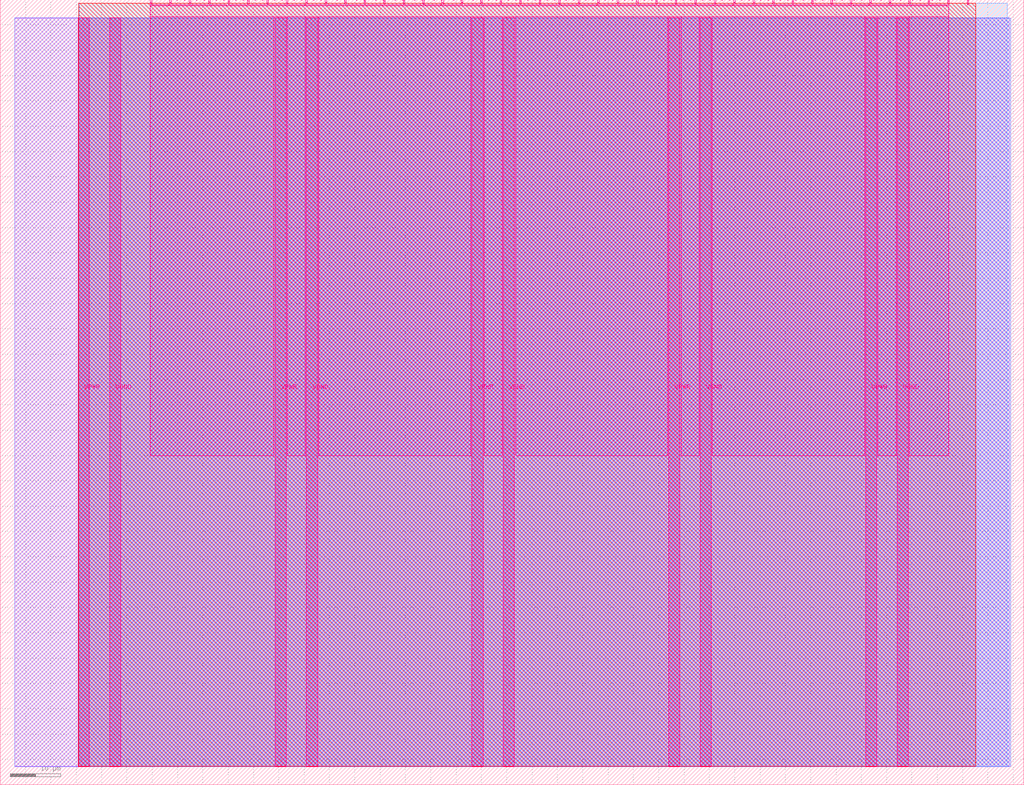
<source format=lef>
VERSION 5.7 ;
  NOWIREEXTENSIONATPIN ON ;
  DIVIDERCHAR "/" ;
  BUSBITCHARS "[]" ;
MACRO tt_um_obriensp_jtag
  CLASS BLOCK ;
  FOREIGN tt_um_obriensp_jtag ;
  ORIGIN 0.000 0.000 ;
  SIZE 202.080 BY 154.980 ;
  PIN VGND
    DIRECTION INOUT ;
    USE GROUND ;
    PORT
      LAYER Metal5 ;
        RECT 21.580 3.560 23.780 151.420 ;
    END
    PORT
      LAYER Metal5 ;
        RECT 60.450 3.560 62.650 151.420 ;
    END
    PORT
      LAYER Metal5 ;
        RECT 99.320 3.560 101.520 151.420 ;
    END
    PORT
      LAYER Metal5 ;
        RECT 138.190 3.560 140.390 151.420 ;
    END
    PORT
      LAYER Metal5 ;
        RECT 177.060 3.560 179.260 151.420 ;
    END
  END VGND
  PIN VPWR
    DIRECTION INOUT ;
    USE POWER ;
    PORT
      LAYER Metal5 ;
        RECT 15.380 3.560 17.580 151.420 ;
    END
    PORT
      LAYER Metal5 ;
        RECT 54.250 3.560 56.450 151.420 ;
    END
    PORT
      LAYER Metal5 ;
        RECT 93.120 3.560 95.320 151.420 ;
    END
    PORT
      LAYER Metal5 ;
        RECT 131.990 3.560 134.190 151.420 ;
    END
    PORT
      LAYER Metal5 ;
        RECT 170.860 3.560 173.060 151.420 ;
    END
  END VPWR
  PIN clk
    DIRECTION INPUT ;
    USE SIGNAL ;
    ANTENNAGATEAREA 0.213200 ;
    PORT
      LAYER Metal5 ;
        RECT 187.050 153.980 187.350 154.980 ;
    END
  END clk
  PIN ena
    DIRECTION INPUT ;
    USE SIGNAL ;
    PORT
      LAYER Metal5 ;
        RECT 190.890 153.980 191.190 154.980 ;
    END
  END ena
  PIN rst_n
    DIRECTION INPUT ;
    USE SIGNAL ;
    ANTENNAGATEAREA 0.314600 ;
    PORT
      LAYER Metal5 ;
        RECT 183.210 153.980 183.510 154.980 ;
    END
  END rst_n
  PIN ui_in[0]
    DIRECTION INPUT ;
    USE SIGNAL ;
    ANTENNAGATEAREA 0.180700 ;
    PORT
      LAYER Metal5 ;
        RECT 179.370 153.980 179.670 154.980 ;
    END
  END ui_in[0]
  PIN ui_in[1]
    DIRECTION INPUT ;
    USE SIGNAL ;
    ANTENNAGATEAREA 0.180700 ;
    PORT
      LAYER Metal5 ;
        RECT 175.530 153.980 175.830 154.980 ;
    END
  END ui_in[1]
  PIN ui_in[2]
    DIRECTION INPUT ;
    USE SIGNAL ;
    ANTENNAGATEAREA 0.180700 ;
    PORT
      LAYER Metal5 ;
        RECT 171.690 153.980 171.990 154.980 ;
    END
  END ui_in[2]
  PIN ui_in[3]
    DIRECTION INPUT ;
    USE SIGNAL ;
    ANTENNAGATEAREA 0.180700 ;
    PORT
      LAYER Metal5 ;
        RECT 167.850 153.980 168.150 154.980 ;
    END
  END ui_in[3]
  PIN ui_in[4]
    DIRECTION INPUT ;
    USE SIGNAL ;
    ANTENNAGATEAREA 0.180700 ;
    PORT
      LAYER Metal5 ;
        RECT 164.010 153.980 164.310 154.980 ;
    END
  END ui_in[4]
  PIN ui_in[5]
    DIRECTION INPUT ;
    USE SIGNAL ;
    ANTENNAGATEAREA 0.180700 ;
    PORT
      LAYER Metal5 ;
        RECT 160.170 153.980 160.470 154.980 ;
    END
  END ui_in[5]
  PIN ui_in[6]
    DIRECTION INPUT ;
    USE SIGNAL ;
    ANTENNAGATEAREA 0.180700 ;
    PORT
      LAYER Metal5 ;
        RECT 156.330 153.980 156.630 154.980 ;
    END
  END ui_in[6]
  PIN ui_in[7]
    DIRECTION INPUT ;
    USE SIGNAL ;
    ANTENNAGATEAREA 0.180700 ;
    PORT
      LAYER Metal5 ;
        RECT 152.490 153.980 152.790 154.980 ;
    END
  END ui_in[7]
  PIN uio_in[0]
    DIRECTION INPUT ;
    USE SIGNAL ;
    ANTENNAGATEAREA 0.180700 ;
    PORT
      LAYER Metal5 ;
        RECT 148.650 153.980 148.950 154.980 ;
    END
  END uio_in[0]
  PIN uio_in[1]
    DIRECTION INPUT ;
    USE SIGNAL ;
    ANTENNAGATEAREA 0.180700 ;
    PORT
      LAYER Metal5 ;
        RECT 144.810 153.980 145.110 154.980 ;
    END
  END uio_in[1]
  PIN uio_in[2]
    DIRECTION INPUT ;
    USE SIGNAL ;
    ANTENNAGATEAREA 0.180700 ;
    PORT
      LAYER Metal5 ;
        RECT 140.970 153.980 141.270 154.980 ;
    END
  END uio_in[2]
  PIN uio_in[3]
    DIRECTION INPUT ;
    USE SIGNAL ;
    ANTENNAGATEAREA 0.180700 ;
    PORT
      LAYER Metal5 ;
        RECT 137.130 153.980 137.430 154.980 ;
    END
  END uio_in[3]
  PIN uio_in[4]
    DIRECTION INPUT ;
    USE SIGNAL ;
    ANTENNAGATEAREA 0.180700 ;
    PORT
      LAYER Metal5 ;
        RECT 133.290 153.980 133.590 154.980 ;
    END
  END uio_in[4]
  PIN uio_in[5]
    DIRECTION INPUT ;
    USE SIGNAL ;
    ANTENNAGATEAREA 0.213200 ;
    PORT
      LAYER Metal5 ;
        RECT 129.450 153.980 129.750 154.980 ;
    END
  END uio_in[5]
  PIN uio_in[6]
    DIRECTION INPUT ;
    USE SIGNAL ;
    ANTENNAGATEAREA 0.180700 ;
    PORT
      LAYER Metal5 ;
        RECT 125.610 153.980 125.910 154.980 ;
    END
  END uio_in[6]
  PIN uio_in[7]
    DIRECTION INPUT ;
    USE SIGNAL ;
    PORT
      LAYER Metal5 ;
        RECT 121.770 153.980 122.070 154.980 ;
    END
  END uio_in[7]
  PIN uio_oe[0]
    DIRECTION OUTPUT ;
    USE SIGNAL ;
    ANTENNADIFFAREA 0.972800 ;
    PORT
      LAYER Metal5 ;
        RECT 56.490 153.980 56.790 154.980 ;
    END
  END uio_oe[0]
  PIN uio_oe[1]
    DIRECTION OUTPUT ;
    USE SIGNAL ;
    ANTENNADIFFAREA 0.662000 ;
    PORT
      LAYER Metal5 ;
        RECT 52.650 153.980 52.950 154.980 ;
    END
  END uio_oe[1]
  PIN uio_oe[2]
    DIRECTION OUTPUT ;
    USE SIGNAL ;
    ANTENNADIFFAREA 0.972800 ;
    PORT
      LAYER Metal5 ;
        RECT 48.810 153.980 49.110 154.980 ;
    END
  END uio_oe[2]
  PIN uio_oe[3]
    DIRECTION OUTPUT ;
    USE SIGNAL ;
    ANTENNADIFFAREA 0.972800 ;
    PORT
      LAYER Metal5 ;
        RECT 44.970 153.980 45.270 154.980 ;
    END
  END uio_oe[3]
  PIN uio_oe[4]
    DIRECTION OUTPUT ;
    USE SIGNAL ;
    ANTENNADIFFAREA 0.299200 ;
    PORT
      LAYER Metal5 ;
        RECT 41.130 153.980 41.430 154.980 ;
    END
  END uio_oe[4]
  PIN uio_oe[5]
    DIRECTION OUTPUT ;
    USE SIGNAL ;
    ANTENNADIFFAREA 0.299200 ;
    PORT
      LAYER Metal5 ;
        RECT 37.290 153.980 37.590 154.980 ;
    END
  END uio_oe[5]
  PIN uio_oe[6]
    DIRECTION OUTPUT ;
    USE SIGNAL ;
    ANTENNADIFFAREA 0.299200 ;
    PORT
      LAYER Metal5 ;
        RECT 33.450 153.980 33.750 154.980 ;
    END
  END uio_oe[6]
  PIN uio_oe[7]
    DIRECTION OUTPUT ;
    USE SIGNAL ;
    ANTENNADIFFAREA 0.706800 ;
    PORT
      LAYER Metal5 ;
        RECT 29.610 153.980 29.910 154.980 ;
    END
  END uio_oe[7]
  PIN uio_out[0]
    DIRECTION OUTPUT ;
    USE SIGNAL ;
    ANTENNADIFFAREA 0.662000 ;
    PORT
      LAYER Metal5 ;
        RECT 87.210 153.980 87.510 154.980 ;
    END
  END uio_out[0]
  PIN uio_out[1]
    DIRECTION OUTPUT ;
    USE SIGNAL ;
    ANTENNADIFFAREA 0.662000 ;
    PORT
      LAYER Metal5 ;
        RECT 83.370 153.980 83.670 154.980 ;
    END
  END uio_out[1]
  PIN uio_out[2]
    DIRECTION OUTPUT ;
    USE SIGNAL ;
    ANTENNADIFFAREA 0.662000 ;
    PORT
      LAYER Metal5 ;
        RECT 79.530 153.980 79.830 154.980 ;
    END
  END uio_out[2]
  PIN uio_out[3]
    DIRECTION OUTPUT ;
    USE SIGNAL ;
    ANTENNADIFFAREA 0.662000 ;
    PORT
      LAYER Metal5 ;
        RECT 75.690 153.980 75.990 154.980 ;
    END
  END uio_out[3]
  PIN uio_out[4]
    DIRECTION OUTPUT ;
    USE SIGNAL ;
    ANTENNADIFFAREA 0.299200 ;
    PORT
      LAYER Metal5 ;
        RECT 71.850 153.980 72.150 154.980 ;
    END
  END uio_out[4]
  PIN uio_out[5]
    DIRECTION OUTPUT ;
    USE SIGNAL ;
    ANTENNADIFFAREA 0.299200 ;
    PORT
      LAYER Metal5 ;
        RECT 68.010 153.980 68.310 154.980 ;
    END
  END uio_out[5]
  PIN uio_out[6]
    DIRECTION OUTPUT ;
    USE SIGNAL ;
    ANTENNADIFFAREA 0.299200 ;
    PORT
      LAYER Metal5 ;
        RECT 64.170 153.980 64.470 154.980 ;
    END
  END uio_out[6]
  PIN uio_out[7]
    DIRECTION OUTPUT ;
    USE SIGNAL ;
    ANTENNADIFFAREA 0.706800 ;
    PORT
      LAYER Metal5 ;
        RECT 60.330 153.980 60.630 154.980 ;
    END
  END uio_out[7]
  PIN uo_out[0]
    DIRECTION OUTPUT ;
    USE SIGNAL ;
    ANTENNADIFFAREA 0.988000 ;
    PORT
      LAYER Metal5 ;
        RECT 117.930 153.980 118.230 154.980 ;
    END
  END uo_out[0]
  PIN uo_out[1]
    DIRECTION OUTPUT ;
    USE SIGNAL ;
    ANTENNADIFFAREA 1.008100 ;
    PORT
      LAYER Metal5 ;
        RECT 114.090 153.980 114.390 154.980 ;
    END
  END uo_out[1]
  PIN uo_out[2]
    DIRECTION OUTPUT ;
    USE SIGNAL ;
    ANTENNADIFFAREA 0.677200 ;
    PORT
      LAYER Metal5 ;
        RECT 110.250 153.980 110.550 154.980 ;
    END
  END uo_out[2]
  PIN uo_out[3]
    DIRECTION OUTPUT ;
    USE SIGNAL ;
    ANTENNADIFFAREA 0.662000 ;
    PORT
      LAYER Metal5 ;
        RECT 106.410 153.980 106.710 154.980 ;
    END
  END uo_out[3]
  PIN uo_out[4]
    DIRECTION OUTPUT ;
    USE SIGNAL ;
    ANTENNADIFFAREA 0.677200 ;
    PORT
      LAYER Metal5 ;
        RECT 102.570 153.980 102.870 154.980 ;
    END
  END uo_out[4]
  PIN uo_out[5]
    DIRECTION OUTPUT ;
    USE SIGNAL ;
    ANTENNADIFFAREA 0.677200 ;
    PORT
      LAYER Metal5 ;
        RECT 98.730 153.980 99.030 154.980 ;
    END
  END uo_out[5]
  PIN uo_out[6]
    DIRECTION OUTPUT ;
    USE SIGNAL ;
    ANTENNADIFFAREA 0.677200 ;
    PORT
      LAYER Metal5 ;
        RECT 94.890 153.980 95.190 154.980 ;
    END
  END uo_out[6]
  PIN uo_out[7]
    DIRECTION OUTPUT ;
    USE SIGNAL ;
    ANTENNADIFFAREA 0.972800 ;
    PORT
      LAYER Metal5 ;
        RECT 91.050 153.980 91.350 154.980 ;
    END
  END uo_out[7]
  OBS
      LAYER GatPoly ;
        RECT 2.880 3.630 199.200 151.350 ;
      LAYER Metal1 ;
        RECT 2.880 3.560 199.200 151.420 ;
      LAYER Metal2 ;
        RECT 15.515 3.680 199.475 151.300 ;
      LAYER Metal3 ;
        RECT 15.560 3.635 198.820 154.285 ;
      LAYER Metal4 ;
        RECT 15.515 3.680 192.625 154.240 ;
      LAYER Metal5 ;
        RECT 30.120 153.770 33.240 153.980 ;
        RECT 33.960 153.770 37.080 153.980 ;
        RECT 37.800 153.770 40.920 153.980 ;
        RECT 41.640 153.770 44.760 153.980 ;
        RECT 45.480 153.770 48.600 153.980 ;
        RECT 49.320 153.770 52.440 153.980 ;
        RECT 53.160 153.770 56.280 153.980 ;
        RECT 57.000 153.770 60.120 153.980 ;
        RECT 60.840 153.770 63.960 153.980 ;
        RECT 64.680 153.770 67.800 153.980 ;
        RECT 68.520 153.770 71.640 153.980 ;
        RECT 72.360 153.770 75.480 153.980 ;
        RECT 76.200 153.770 79.320 153.980 ;
        RECT 80.040 153.770 83.160 153.980 ;
        RECT 83.880 153.770 87.000 153.980 ;
        RECT 87.720 153.770 90.840 153.980 ;
        RECT 91.560 153.770 94.680 153.980 ;
        RECT 95.400 153.770 98.520 153.980 ;
        RECT 99.240 153.770 102.360 153.980 ;
        RECT 103.080 153.770 106.200 153.980 ;
        RECT 106.920 153.770 110.040 153.980 ;
        RECT 110.760 153.770 113.880 153.980 ;
        RECT 114.600 153.770 117.720 153.980 ;
        RECT 118.440 153.770 121.560 153.980 ;
        RECT 122.280 153.770 125.400 153.980 ;
        RECT 126.120 153.770 129.240 153.980 ;
        RECT 129.960 153.770 133.080 153.980 ;
        RECT 133.800 153.770 136.920 153.980 ;
        RECT 137.640 153.770 140.760 153.980 ;
        RECT 141.480 153.770 144.600 153.980 ;
        RECT 145.320 153.770 148.440 153.980 ;
        RECT 149.160 153.770 152.280 153.980 ;
        RECT 153.000 153.770 156.120 153.980 ;
        RECT 156.840 153.770 159.960 153.980 ;
        RECT 160.680 153.770 163.800 153.980 ;
        RECT 164.520 153.770 167.640 153.980 ;
        RECT 168.360 153.770 171.480 153.980 ;
        RECT 172.200 153.770 175.320 153.980 ;
        RECT 176.040 153.770 179.160 153.980 ;
        RECT 179.880 153.770 183.000 153.980 ;
        RECT 183.720 153.770 186.840 153.980 ;
        RECT 29.660 151.630 187.300 153.770 ;
        RECT 29.660 64.955 54.040 151.630 ;
        RECT 56.660 64.955 60.240 151.630 ;
        RECT 62.860 64.955 92.910 151.630 ;
        RECT 95.530 64.955 99.110 151.630 ;
        RECT 101.730 64.955 131.780 151.630 ;
        RECT 134.400 64.955 137.980 151.630 ;
        RECT 140.600 64.955 170.650 151.630 ;
        RECT 173.270 64.955 176.850 151.630 ;
        RECT 179.470 64.955 187.300 151.630 ;
  END
END tt_um_obriensp_jtag
END LIBRARY


</source>
